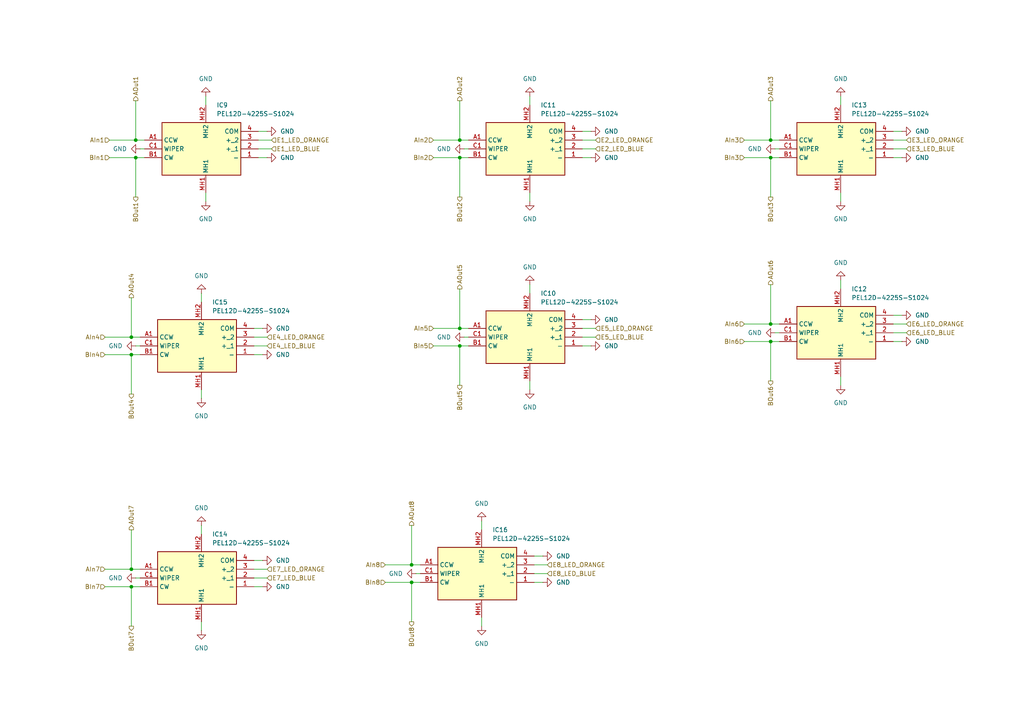
<source format=kicad_sch>
(kicad_sch (version 20250114) (generator "eeschema") (generator_version "9.0")
  (paper "A4")
  (lib_symbols
    (symbol "SamacSys_Parts:PEL12D-4225S-S1024"
      (property "Reference" "IC" (at 21.59 15.24 0))
      (property "Value" "PEL12D-4225S-S1024" (at 21.59 12.7 0))
      (symbol "PEL12D-4225S-S1024_1_1"
        (rectangle (start 5.08 10.16) (end 20.32 -12.7) (stroke (width 0.254)) (fill (type background)))
        (pin passive line (at 0 0 0) (length 5.08) (name "MH2") (number "MH2"))
        (pin passive line (at 7.62 15.24 270) (length 5.08) (name "COM") (number "4"))
        (pin passive line (at 10.16 15.24 270) (length 5.08) (name "+_2") (number "3"))
        (pin passive line (at 10.16 -17.78 90) (length 5.08) (name "CCW") (number "A1"))
        (pin passive line (at 12.7 15.24 270) (length 5.08) (name "+_1") (number "2"))
        (pin passive line (at 12.7 -17.78 90) (length 5.08) (name "WIPER") (number "C1"))
        (pin passive line (at 15.24 15.24 270) (length 5.08) (name "-") (number "1"))
        (pin passive line (at 15.24 -17.78 90) (length 5.08) (name "CW") (number "B1"))
        (pin passive line (at 25.4 0 180) (length 5.08) (name "MH1") (number "MH1"))
      )
    )
    (symbol "power:GND" (power) (pin_numbers (hide yes)) (pin_names (offset 0) (hide yes))
      (property "Value" "GND" (at 0 -3.81 0))
      (symbol "GND_0_1"
        (polyline (pts (xy 0 0) (xy 0 -1.27) (xy 1.27 -1.27) (xy 0 -2.54) (xy -1.27 -1.27) (xy 0 -1.27)))
      )
      (symbol "GND_1_1"
        (pin power_in line (at 0 0 270) (length 0) (name "~") (number "1"))
      )
    )
  )
  (junction (at 133.35 40.64))
  (junction (at 39.37 45.72))
  (junction (at 119.38 163.83))
  (junction (at 133.35 95.25))
  (junction (at 39.37 40.64))
  (junction (at 223.52 99.06))
  (junction (at 38.1 102.87))
  (junction (at 133.35 100.33))
  (junction (at 133.35 45.72))
  (junction (at 223.52 40.64))
  (junction (at 38.1 97.79))
  (junction (at 223.52 93.98))
  (junction (at 38.1 170.18))
  (junction (at 223.52 45.72))
  (junction (at 38.1 165.1))
  (junction (at 119.38 168.91))
  (wire (pts (xy 153.67 82.55) (xy 153.67 85.09)))
  (wire (pts (xy 133.35 100.33) (xy 133.35 111.76)))
  (wire (pts (xy 58.42 180.34) (xy 58.42 182.88)))
  (wire (pts (xy 168.91 97.79) (xy 172.72 97.79)))
  (wire (pts (xy 223.52 99.06) (xy 223.52 110.49)))
  (wire (pts (xy 30.48 170.18) (xy 38.1 170.18)))
  (wire (pts (xy 215.9 40.64) (xy 223.52 40.64)))
  (wire (pts (xy 133.35 45.72) (xy 135.89 45.72)))
  (wire (pts (xy 168.91 40.64) (xy 172.72 40.64)))
  (wire (pts (xy 119.38 152.4) (xy 119.38 163.83)))
  (wire (pts (xy 73.66 167.64) (xy 77.47 167.64)))
  (wire (pts (xy 154.94 168.91) (xy 157.48 168.91)))
  (wire (pts (xy 73.66 170.18) (xy 76.2 170.18)))
  (wire (pts (xy 30.48 102.87) (xy 38.1 102.87)))
  (wire (pts (xy 38.1 170.18) (xy 38.1 181.61)))
  (wire (pts (xy 39.37 45.72) (xy 41.91 45.72)))
  (wire (pts (xy 125.73 95.25) (xy 133.35 95.25)))
  (wire (pts (xy 119.38 163.83) (xy 121.92 163.83)))
  (wire (pts (xy 243.84 81.28) (xy 243.84 83.82)))
  (wire (pts (xy 226.06 96.52) (xy 224.79 96.52)))
  (wire (pts (xy 168.91 95.25) (xy 172.72 95.25)))
  (wire (pts (xy 259.08 40.64) (xy 262.89 40.64)))
  (wire (pts (xy 154.94 163.83) (xy 158.75 163.83)))
  (wire (pts (xy 40.64 100.33) (xy 39.37 100.33)))
  (wire (pts (xy 133.35 95.25) (xy 135.89 95.25)))
  (wire (pts (xy 41.91 43.18) (xy 40.64 43.18)))
  (wire (pts (xy 38.1 165.1) (xy 40.64 165.1)))
  (wire (pts (xy 119.38 168.91) (xy 119.38 180.34)))
  (wire (pts (xy 58.42 152.4) (xy 58.42 154.94)))
  (wire (pts (xy 259.08 91.44) (xy 261.62 91.44)))
  (wire (pts (xy 125.73 40.64) (xy 133.35 40.64)))
  (wire (pts (xy 223.52 40.64) (xy 226.06 40.64)))
  (wire (pts (xy 38.1 97.79) (xy 40.64 97.79)))
  (wire (pts (xy 39.37 45.72) (xy 39.37 57.15)))
  (wire (pts (xy 154.94 161.29) (xy 157.48 161.29)))
  (wire (pts (xy 133.35 29.21) (xy 133.35 40.64)))
  (wire (pts (xy 38.1 102.87) (xy 38.1 114.3)))
  (wire (pts (xy 38.1 86.36) (xy 38.1 97.79)))
  (wire (pts (xy 74.93 43.18) (xy 78.74 43.18)))
  (wire (pts (xy 31.75 40.64) (xy 39.37 40.64)))
  (wire (pts (xy 223.52 45.72) (xy 226.06 45.72)))
  (wire (pts (xy 39.37 40.64) (xy 41.91 40.64)))
  (wire (pts (xy 59.69 55.88) (xy 59.69 58.42)))
  (wire (pts (xy 58.42 85.09) (xy 58.42 87.63)))
  (wire (pts (xy 39.37 29.21) (xy 39.37 40.64)))
  (wire (pts (xy 215.9 99.06) (xy 223.52 99.06)))
  (wire (pts (xy 73.66 102.87) (xy 76.2 102.87)))
  (wire (pts (xy 125.73 45.72) (xy 133.35 45.72)))
  (wire (pts (xy 111.76 163.83) (xy 119.38 163.83)))
  (wire (pts (xy 74.93 38.1) (xy 77.47 38.1)))
  (wire (pts (xy 259.08 43.18) (xy 262.89 43.18)))
  (wire (pts (xy 168.91 43.18) (xy 172.72 43.18)))
  (wire (pts (xy 74.93 45.72) (xy 77.47 45.72)))
  (wire (pts (xy 135.89 43.18) (xy 134.62 43.18)))
  (wire (pts (xy 30.48 97.79) (xy 38.1 97.79)))
  (wire (pts (xy 259.08 38.1) (xy 261.62 38.1)))
  (wire (pts (xy 243.84 55.88) (xy 243.84 58.42)))
  (wire (pts (xy 125.73 100.33) (xy 133.35 100.33)))
  (wire (pts (xy 223.52 93.98) (xy 226.06 93.98)))
  (wire (pts (xy 73.66 95.25) (xy 76.2 95.25)))
  (wire (pts (xy 31.75 45.72) (xy 39.37 45.72)))
  (wire (pts (xy 73.66 165.1) (xy 77.47 165.1)))
  (wire (pts (xy 139.7 179.07) (xy 139.7 181.61)))
  (wire (pts (xy 168.91 92.71) (xy 171.45 92.71)))
  (wire (pts (xy 168.91 38.1) (xy 171.45 38.1)))
  (wire (pts (xy 226.06 43.18) (xy 224.79 43.18)))
  (wire (pts (xy 215.9 93.98) (xy 223.52 93.98)))
  (wire (pts (xy 73.66 100.33) (xy 77.47 100.33)))
  (wire (pts (xy 259.08 96.52) (xy 262.89 96.52)))
  (wire (pts (xy 153.67 27.94) (xy 153.67 30.48)))
  (wire (pts (xy 40.64 167.64) (xy 39.37 167.64)))
  (wire (pts (xy 121.92 166.37) (xy 120.65 166.37)))
  (wire (pts (xy 38.1 170.18) (xy 40.64 170.18)))
  (wire (pts (xy 133.35 45.72) (xy 133.35 57.15)))
  (wire (pts (xy 119.38 168.91) (xy 121.92 168.91)))
  (wire (pts (xy 243.84 109.22) (xy 243.84 111.76)))
  (wire (pts (xy 73.66 97.79) (xy 77.47 97.79)))
  (wire (pts (xy 259.08 45.72) (xy 261.62 45.72)))
  (wire (pts (xy 223.52 99.06) (xy 226.06 99.06)))
  (wire (pts (xy 73.66 162.56) (xy 76.2 162.56)))
  (wire (pts (xy 153.67 110.49) (xy 153.67 113.03)))
  (wire (pts (xy 215.9 45.72) (xy 223.52 45.72)))
  (wire (pts (xy 259.08 99.06) (xy 261.62 99.06)))
  (wire (pts (xy 133.35 83.82) (xy 133.35 95.25)))
  (wire (pts (xy 135.89 97.79) (xy 134.62 97.79)))
  (wire (pts (xy 38.1 153.67) (xy 38.1 165.1)))
  (wire (pts (xy 38.1 102.87) (xy 40.64 102.87)))
  (wire (pts (xy 58.42 113.03) (xy 58.42 115.57)))
  (wire (pts (xy 223.52 29.21) (xy 223.52 40.64)))
  (wire (pts (xy 168.91 45.72) (xy 171.45 45.72)))
  (wire (pts (xy 139.7 151.13) (xy 139.7 153.67)))
  (wire (pts (xy 74.93 40.64) (xy 78.74 40.64)))
  (wire (pts (xy 111.76 168.91) (xy 119.38 168.91)))
  (wire (pts (xy 30.48 165.1) (xy 38.1 165.1)))
  (wire (pts (xy 168.91 100.33) (xy 171.45 100.33)))
  (wire (pts (xy 59.69 27.94) (xy 59.69 30.48)))
  (wire (pts (xy 223.52 45.72) (xy 223.52 57.15)))
  (wire (pts (xy 153.67 55.88) (xy 153.67 58.42)))
  (wire (pts (xy 133.35 100.33) (xy 135.89 100.33)))
  (wire (pts (xy 223.52 82.55) (xy 223.52 93.98)))
  (wire (pts (xy 133.35 40.64) (xy 135.89 40.64)))
  (wire (pts (xy 154.94 166.37) (xy 158.75 166.37)))
  (wire (pts (xy 243.84 27.94) (xy 243.84 30.48)))
  (wire (pts (xy 259.08 93.98) (xy 262.89 93.98)))
  (hierarchical_label "E4_LED_BLUE" (shape input) (at 77.47 100.33 0))
  (hierarchical_label "AOut8" (shape output) (at 119.38 152.4 90))
  (hierarchical_label "BIn4" (shape input) (at 30.48 102.87 180))
  (hierarchical_label "BOut5" (shape output) (at 133.35 111.76 270))
  (hierarchical_label "BIn1" (shape input) (at 31.75 45.72 180))
  (hierarchical_label "E3_LED_BLUE" (shape input) (at 262.89 43.18 0))
  (hierarchical_label "AIn1" (shape input) (at 31.75 40.64 180))
  (hierarchical_label "E4_LED_ORANGE" (shape input) (at 77.47 97.79 0))
  (hierarchical_label "E6_LED_ORANGE" (shape input) (at 262.89 93.98 0))
  (hierarchical_label "AOut4" (shape output) (at 38.1 86.36 90))
  (hierarchical_label "E2_LED_BLUE" (shape input) (at 172.72 43.18 0))
  (hierarchical_label "BOut8" (shape output) (at 119.38 180.34 270))
  (hierarchical_label "BIn3" (shape input) (at 215.9 45.72 180))
  (hierarchical_label "BIn5" (shape input) (at 125.73 100.33 180))
  (hierarchical_label "E1_LED_BLUE" (shape input) (at 78.74 43.18 0))
  (hierarchical_label "AOut6" (shape output) (at 223.52 82.55 90))
  (hierarchical_label "AIn2" (shape input) (at 125.73 40.64 180))
  (hierarchical_label "AIn3" (shape input) (at 215.9 40.64 180))
  (hierarchical_label "BOut6" (shape output) (at 223.52 110.49 270))
  (hierarchical_label "E7_LED_ORANGE" (shape input) (at 77.47 165.1 0))
  (hierarchical_label "AIn6" (shape input) (at 215.9 93.98 180))
  (hierarchical_label "AOut2" (shape output) (at 133.35 29.21 90))
  (hierarchical_label "BOut3" (shape output) (at 223.52 57.15 270))
  (hierarchical_label "AIn8" (shape input) (at 111.76 163.83 180))
  (hierarchical_label "BOut4" (shape output) (at 38.1 114.3 270))
  (hierarchical_label "AIn5" (shape input) (at 125.73 95.25 180))
  (hierarchical_label "AIn4" (shape input) (at 30.48 97.79 180))
  (hierarchical_label "E5_LED_BLUE" (shape input) (at 172.72 97.79 0))
  (hierarchical_label "BIn2" (shape input) (at 125.73 45.72 180))
  (hierarchical_label "AIn7" (shape input) (at 30.48 165.1 180))
  (hierarchical_label "AOut1" (shape output) (at 39.37 29.21 90))
  (hierarchical_label "E7_LED_BLUE" (shape input) (at 77.47 167.64 0))
  (hierarchical_label "BIn6" (shape input) (at 215.9 99.06 180))
  (hierarchical_label "AOut3" (shape output) (at 223.52 29.21 90))
  (hierarchical_label "E1_LED_ORANGE" (shape input) (at 78.74 40.64 0))
  (hierarchical_label "E3_LED_ORANGE" (shape input) (at 262.89 40.64 0))
  (hierarchical_label "BOut1" (shape output) (at 39.37 57.15 270))
  (hierarchical_label "E8_LED_ORANGE" (shape input) (at 158.75 163.83 0))
  (hierarchical_label "E2_LED_ORANGE" (shape input) (at 172.72 40.64 0))
  (hierarchical_label "E5_LED_ORANGE" (shape input) (at 172.72 95.25 0))
  (hierarchical_label "BOut2" (shape output) (at 133.35 57.15 270))
  (hierarchical_label "AOut7" (shape output) (at 38.1 153.67 90))
  (hierarchical_label "BOut7" (shape output) (at 38.1 181.61 270))
  (hierarchical_label "E8_LED_BLUE" (shape input) (at 158.75 166.37 0))
  (hierarchical_label "BIn8" (shape input) (at 111.76 168.91 180))
  (hierarchical_label "BIn7" (shape input) (at 30.48 170.18 180))
  (hierarchical_label "E6_LED_BLUE" (shape input) (at 262.89 96.52 0))
  (hierarchical_label "AOut5" (shape output) (at 133.35 83.82 90))
  (symbol (lib_id "power:GND") (at 134.62 97.79 270) (unit 1)
    (property "Reference" "#PWR028" (effects (hide yes)))
    (property "Value" "GND" (at 130.81 97.7899 90) (effects (justify right)))
    (property "Description" "Power symbol creates a global label with name \"GND\" , ground" (effects (hide yes)))
  )
  (symbol (lib_id "power:GND") (at 59.69 27.94 180) (unit 1)
    (property "Reference" "#PWR029" (effects (hide yes)))
    (property "Value" "GND" (at 59.69 22.86 0))
    (property "Description" "Power symbol creates a global label with name \"GND\" , ground" (effects (hide yes)))
  )
  (symbol (lib_id "power:GND") (at 224.79 43.18 270) (unit 1)
    (property "Reference" "#PWR039" (effects (hide yes)))
    (property "Value" "GND" (at 220.98 43.1799 90) (effects (justify right)))
    (property "Description" "Power symbol creates a global label with name \"GND\" , ground" (effects (hide yes)))
  )
  (symbol (lib_id "power:GND") (at 139.7 181.61 0) (unit 1)
    (property "Reference" "#PWR050" (effects (hide yes)))
    (property "Value" "GND" (at 139.7 186.69 0))
    (property "Description" "Power symbol creates a global label with name \"GND\" , ground" (effects (hide yes)))
  )
  (symbol (lib_id "power:GND") (at 153.67 58.42 0) (unit 1)
    (property "Reference" "#PWR036" (effects (hide yes)))
    (property "Value" "GND" (at 153.67 63.5 0))
    (property "Description" "Power symbol creates a global label with name \"GND\" , ground" (effects (hide yes)))
  )
  (symbol (lib_id "power:GND") (at 153.67 27.94 180) (unit 1)
    (property "Reference" "#PWR035" (effects (hide yes)))
    (property "Value" "GND" (at 153.67 22.86 0))
    (property "Description" "Power symbol creates a global label with name \"GND\" , ground" (effects (hide yes)))
  )
  (symbol (lib_id "power:GND") (at 58.42 152.4 180) (unit 1)
    (property "Reference" "#PWR043" (effects (hide yes)))
    (property "Value" "GND" (at 58.42 147.32 0))
    (property "Description" "Power symbol creates a global label with name \"GND\" , ground" (effects (hide yes)))
  )
  (symbol (lib_id "power:GND") (at 243.84 27.94 180) (unit 1)
    (property "Reference" "#PWR041" (effects (hide yes)))
    (property "Value" "GND" (at 243.84 22.86 0))
    (property "Description" "Power symbol creates a global label with name \"GND\" , ground" (effects (hide yes)))
  )
  (symbol (lib_id "power:GND") (at 171.45 38.1 90) (unit 1)
    (property "Reference" "#PWR012" (effects (hide yes)))
    (property "Value" "GND" (at 175.26 38.0999 90) (effects (justify right)))
    (property "Description" "Power symbol creates a global label with name \"GND\" , ground" (effects (hide yes)))
  )
  (symbol (lib_id "power:GND") (at 76.2 95.25 90) (unit 1)
    (property "Reference" "#PWR014" (effects (hide yes)))
    (property "Value" "GND" (at 80.01 95.2499 90) (effects (justify right)))
    (property "Description" "Power symbol creates a global label with name \"GND\" , ground" (effects (hide yes)))
  )
  (symbol (lib_id "SamacSys_Parts:PEL12D-4225S-S1024") (at 243.84 30.48 270) (unit 1)
    (property "Reference" "IC13" (at 246.9581 30.48 90) (effects (justify left)))
    (property "Value" "PEL12D-4225S-S1024" (at 246.9581 33.02 90) (effects (justify left)))
    (property "Footprint" "PEL12D4225SS1024" (effects (hide yes)))
    (property "Datasheet" "https://www.arrow.com/en/products/pel12d-4225s-s1024/bourns" (effects (hide yes)))
    (property "Description" "PEL12D - 12 mm Encoder with Switch and Illuminated Shaft" (effects (hide yes)))
    (property "Height" "25" (effects (hide yes)))
    (property "Manufacturer_Name" "Bourns" (effects (hide yes)))
    (property "Manufacturer_Part_Number" "PEL12D-4225S-S1024" (effects (hide yes)))
    (property "Mouser Part Number" "652-PEL12D4225SS1024" (effects (hide yes)))
    (property "Mouser Price/Stock" "https://www.mouser.co.uk/ProductDetail/Bourns/PEL12D-4225S-S1024?qs=fgHA1UgJI8D9waZeRmA%2FQA%3D%3D" (effects (hide yes)))
    (property "Arrow Part Number" "PEL12D-4225S-S1024" (effects (hide yes)))
    (property "Arrow Price/Stock" "https://www.arrow.com/en/products/pel12d-4225s-s1024/bourns?region=nac" (effects (hide yes)))
  )
  (symbol (lib_id "power:GND") (at 224.79 96.52 270) (unit 1)
    (property "Reference" "#PWR034" (effects (hide yes)))
    (property "Value" "GND" (at 220.98 96.5199 90) (effects (justify right)))
    (property "Description" "Power symbol creates a global label with name \"GND\" , ground" (effects (hide yes)))
  )
  (symbol (lib_id "SamacSys_Parts:PEL12D-4225S-S1024") (at 153.67 30.48 270) (unit 1)
    (property "Reference" "IC11" (at 156.7881 30.48 90) (effects (justify left)))
    (property "Value" "PEL12D-4225S-S1024" (at 156.7881 33.02 90) (effects (justify left)))
    (property "Footprint" "PEL12D4225SS1024" (effects (hide yes)))
    (property "Datasheet" "https://www.arrow.com/en/products/pel12d-4225s-s1024/bourns" (effects (hide yes)))
    (property "Description" "PEL12D - 12 mm Encoder with Switch and Illuminated Shaft" (effects (hide yes)))
    (property "Height" "25" (effects (hide yes)))
    (property "Manufacturer_Name" "Bourns" (effects (hide yes)))
    (property "Manufacturer_Part_Number" "PEL12D-4225S-S1024" (effects (hide yes)))
    (property "Mouser Part Number" "652-PEL12D4225SS1024" (effects (hide yes)))
    (property "Mouser Price/Stock" "https://www.mouser.co.uk/ProductDetail/Bourns/PEL12D-4225S-S1024?qs=fgHA1UgJI8D9waZeRmA%2FQA%3D%3D" (effects (hide yes)))
    (property "Arrow Part Number" "PEL12D-4225S-S1024" (effects (hide yes)))
    (property "Arrow Price/Stock" "https://www.arrow.com/en/products/pel12d-4225s-s1024/bourns?region=nac" (effects (hide yes)))
  )
  (symbol (lib_id "power:GND") (at 39.37 167.64 270) (unit 1)
    (property "Reference" "#PWR040" (effects (hide yes)))
    (property "Value" "GND" (at 35.56 167.6399 90) (effects (justify right)))
    (property "Description" "Power symbol creates a global label with name \"GND\" , ground" (effects (hide yes)))
  )
  (symbol (lib_id "power:GND") (at 58.42 115.57 0) (unit 1)
    (property "Reference" "#PWR048" (effects (hide yes)))
    (property "Value" "GND" (at 58.42 120.65 0))
    (property "Description" "Power symbol creates a global label with name \"GND\" , ground" (effects (hide yes)))
  )
  (symbol (lib_id "SamacSys_Parts:PEL12D-4225S-S1024") (at 58.42 87.63 270) (unit 1)
    (property "Reference" "IC15" (at 61.5381 87.63 90) (effects (justify left)))
    (property "Value" "PEL12D-4225S-S1024" (at 61.5381 90.17 90) (effects (justify left)))
    (property "Footprint" "PEL12D4225SS1024" (effects (hide yes)))
    (property "Datasheet" "https://www.arrow.com/en/products/pel12d-4225s-s1024/bourns" (effects (hide yes)))
    (property "Description" "PEL12D - 12 mm Encoder with Switch and Illuminated Shaft" (effects (hide yes)))
    (property "Height" "25" (effects (hide yes)))
    (property "Manufacturer_Name" "Bourns" (effects (hide yes)))
    (property "Manufacturer_Part_Number" "PEL12D-4225S-S1024" (effects (hide yes)))
    (property "Mouser Part Number" "652-PEL12D4225SS1024" (effects (hide yes)))
    (property "Mouser Price/Stock" "https://www.mouser.co.uk/ProductDetail/Bourns/PEL12D-4225S-S1024?qs=fgHA1UgJI8D9waZeRmA%2FQA%3D%3D" (effects (hide yes)))
    (property "Arrow Part Number" "PEL12D-4225S-S1024" (effects (hide yes)))
    (property "Arrow Price/Stock" "https://www.arrow.com/en/products/pel12d-4225s-s1024/bourns?region=nac" (effects (hide yes)))
  )
  (symbol (lib_id "power:GND") (at 76.2 102.87 90) (unit 1)
    (property "Reference" "#PWR06" (effects (hide yes)))
    (property "Value" "GND" (at 80.01 102.8699 90) (effects (justify right)))
    (property "Description" "Power symbol creates a global label with name \"GND\" , ground" (effects (hide yes)))
  )
  (symbol (lib_id "power:GND") (at 261.62 91.44 90) (unit 1)
    (property "Reference" "#PWR016" (effects (hide yes)))
    (property "Value" "GND" (at 265.43 91.4399 90) (effects (justify right)))
    (property "Description" "Power symbol creates a global label with name \"GND\" , ground" (effects (hide yes)))
  )
  (symbol (lib_id "SamacSys_Parts:PEL12D-4225S-S1024") (at 153.67 85.09 270) (unit 1)
    (property "Reference" "IC10" (at 156.7881 85.09 90) (effects (justify left)))
    (property "Value" "PEL12D-4225S-S1024" (at 156.7881 87.63 90) (effects (justify left)))
    (property "Footprint" "PEL12D4225SS1024" (effects (hide yes)))
    (property "Datasheet" "https://www.arrow.com/en/products/pel12d-4225s-s1024/bourns" (effects (hide yes)))
    (property "Description" "PEL12D - 12 mm Encoder with Switch and Illuminated Shaft" (effects (hide yes)))
    (property "Height" "25" (effects (hide yes)))
    (property "Manufacturer_Name" "Bourns" (effects (hide yes)))
    (property "Manufacturer_Part_Number" "PEL12D-4225S-S1024" (effects (hide yes)))
    (property "Mouser Part Number" "652-PEL12D4225SS1024" (effects (hide yes)))
    (property "Mouser Price/Stock" "https://www.mouser.co.uk/ProductDetail/Bourns/PEL12D-4225S-S1024?qs=fgHA1UgJI8D9waZeRmA%2FQA%3D%3D" (effects (hide yes)))
    (property "Arrow Part Number" "PEL12D-4225S-S1024" (effects (hide yes)))
    (property "Arrow Price/Stock" "https://www.arrow.com/en/products/pel12d-4225s-s1024/bourns?region=nac" (effects (hide yes)))
  )
  (symbol (lib_id "SamacSys_Parts:PEL12D-4225S-S1024") (at 58.42 154.94 270) (unit 1)
    (property "Reference" "IC14" (at 61.5381 154.94 90) (effects (justify left)))
    (property "Value" "PEL12D-4225S-S1024" (at 61.5381 157.48 90) (effects (justify left)))
    (property "Footprint" "PEL12D4225SS1024" (effects (hide yes)))
    (property "Datasheet" "https://www.arrow.com/en/products/pel12d-4225s-s1024/bourns" (effects (hide yes)))
    (property "Description" "PEL12D - 12 mm Encoder with Switch and Illuminated Shaft" (effects (hide yes)))
    (property "Height" "25" (effects (hide yes)))
    (property "Manufacturer_Name" "Bourns" (effects (hide yes)))
    (property "Manufacturer_Part_Number" "PEL12D-4225S-S1024" (effects (hide yes)))
    (property "Mouser Part Number" "652-PEL12D4225SS1024" (effects (hide yes)))
    (property "Mouser Price/Stock" "https://www.mouser.co.uk/ProductDetail/Bourns/PEL12D-4225S-S1024?qs=fgHA1UgJI8D9waZeRmA%2FQA%3D%3D" (effects (hide yes)))
    (property "Arrow Part Number" "PEL12D-4225S-S1024" (effects (hide yes)))
    (property "Arrow Price/Stock" "https://www.arrow.com/en/products/pel12d-4225s-s1024/bourns?region=nac" (effects (hide yes)))
  )
  (symbol (lib_id "power:GND") (at 157.48 168.91 90) (unit 1)
    (property "Reference" "#PWR07" (effects (hide yes)))
    (property "Value" "GND" (at 161.29 168.9099 90) (effects (justify right)))
    (property "Description" "Power symbol creates a global label with name \"GND\" , ground" (effects (hide yes)))
  )
  (symbol (lib_id "power:GND") (at 139.7 151.13 180) (unit 1)
    (property "Reference" "#PWR049" (effects (hide yes)))
    (property "Value" "GND" (at 139.7 146.05 0))
    (property "Description" "Power symbol creates a global label with name \"GND\" , ground" (effects (hide yes)))
  )
  (symbol (lib_id "SamacSys_Parts:PEL12D-4225S-S1024") (at 243.84 83.82 270) (unit 1)
    (property "Reference" "IC12" (at 246.9581 83.82 90) (effects (justify left)))
    (property "Value" "PEL12D-4225S-S1024" (at 246.9581 86.36 90) (effects (justify left)))
    (property "Footprint" "PEL12D4225SS1024" (effects (hide yes)))
    (property "Datasheet" "https://www.arrow.com/en/products/pel12d-4225s-s1024/bourns" (effects (hide yes)))
    (property "Description" "PEL12D - 12 mm Encoder with Switch and Illuminated Shaft" (effects (hide yes)))
    (property "Height" "25" (effects (hide yes)))
    (property "Manufacturer_Name" "Bourns" (effects (hide yes)))
    (property "Manufacturer_Part_Number" "PEL12D-4225S-S1024" (effects (hide yes)))
    (property "Mouser Part Number" "652-PEL12D4225SS1024" (effects (hide yes)))
    (property "Mouser Price/Stock" "https://www.mouser.co.uk/ProductDetail/Bourns/PEL12D-4225S-S1024?qs=fgHA1UgJI8D9waZeRmA%2FQA%3D%3D" (effects (hide yes)))
    (property "Arrow Part Number" "PEL12D-4225S-S1024" (effects (hide yes)))
    (property "Arrow Price/Stock" "https://www.arrow.com/en/products/pel12d-4225s-s1024/bourns?region=nac" (effects (hide yes)))
  )
  (symbol (lib_id "power:GND") (at 134.62 43.18 270) (unit 1)
    (property "Reference" "#PWR033" (effects (hide yes)))
    (property "Value" "GND" (at 130.81 43.1799 90) (effects (justify right)))
    (property "Description" "Power symbol creates a global label with name \"GND\" , ground" (effects (hide yes)))
  )
  (symbol (lib_id "power:GND") (at 58.42 85.09 180) (unit 1)
    (property "Reference" "#PWR047" (effects (hide yes)))
    (property "Value" "GND" (at 58.42 80.01 0))
    (property "Description" "Power symbol creates a global label with name \"GND\" , ground" (effects (hide yes)))
  )
  (symbol (lib_id "power:GND") (at 157.48 161.29 90) (unit 1)
    (property "Reference" "#PWR018" (effects (hide yes)))
    (property "Value" "GND" (at 161.29 161.2899 90) (effects (justify right)))
    (property "Description" "Power symbol creates a global label with name \"GND\" , ground" (effects (hide yes)))
  )
  (symbol (lib_id "power:GND") (at 153.67 113.03 0) (unit 1)
    (property "Reference" "#PWR032" (effects (hide yes)))
    (property "Value" "GND" (at 153.67 118.11 0))
    (property "Description" "Power symbol creates a global label with name \"GND\" , ground" (effects (hide yes)))
  )
  (symbol (lib_id "power:GND") (at 153.67 82.55 180) (unit 1)
    (property "Reference" "#PWR031" (effects (hide yes)))
    (property "Value" "GND" (at 153.67 77.47 0))
    (property "Description" "Power symbol creates a global label with name \"GND\" , ground" (effects (hide yes)))
  )
  (symbol (lib_id "power:GND") (at 120.65 166.37 270) (unit 1)
    (property "Reference" "#PWR046" (effects (hide yes)))
    (property "Value" "GND" (at 116.84 166.3699 90) (effects (justify right)))
    (property "Description" "Power symbol creates a global label with name \"GND\" , ground" (effects (hide yes)))
  )
  (symbol (lib_id "power:GND") (at 40.64 43.18 270) (unit 1)
    (property "Reference" "#PWR027" (effects (hide yes)))
    (property "Value" "GND" (at 36.83 43.1799 90) (effects (justify right)))
    (property "Description" "Power symbol creates a global label with name \"GND\" , ground" (effects (hide yes)))
  )
  (symbol (lib_id "power:GND") (at 261.62 38.1 90) (unit 1)
    (property "Reference" "#PWR013" (effects (hide yes)))
    (property "Value" "GND" (at 265.43 38.0999 90) (effects (justify right)))
    (property "Description" "Power symbol creates a global label with name \"GND\" , ground" (effects (hide yes)))
  )
  (symbol (lib_id "power:GND") (at 171.45 92.71 90) (unit 1)
    (property "Reference" "#PWR015" (effects (hide yes)))
    (property "Value" "GND" (at 175.26 92.7099 90) (effects (justify right)))
    (property "Description" "Power symbol creates a global label with name \"GND\" , ground" (effects (hide yes)))
  )
  (symbol (lib_id "power:GND") (at 243.84 111.76 0) (unit 1)
    (property "Reference" "#PWR038" (effects (hide yes)))
    (property "Value" "GND" (at 243.84 116.84 0))
    (property "Description" "Power symbol creates a global label with name \"GND\" , ground" (effects (hide yes)))
  )
  (symbol (lib_id "SamacSys_Parts:PEL12D-4225S-S1024") (at 139.7 153.67 270) (unit 1)
    (property "Reference" "IC16" (at 142.8181 153.67 90) (effects (justify left)))
    (property "Value" "PEL12D-4225S-S1024" (at 142.8181 156.21 90) (effects (justify left)))
    (property "Footprint" "PEL12D4225SS1024" (effects (hide yes)))
    (property "Datasheet" "https://www.arrow.com/en/products/pel12d-4225s-s1024/bourns" (effects (hide yes)))
    (property "Description" "PEL12D - 12 mm Encoder with Switch and Illuminated Shaft" (effects (hide yes)))
    (property "Height" "25" (effects (hide yes)))
    (property "Manufacturer_Name" "Bourns" (effects (hide yes)))
    (property "Manufacturer_Part_Number" "PEL12D-4225S-S1024" (effects (hide yes)))
    (property "Mouser Part Number" "652-PEL12D4225SS1024" (effects (hide yes)))
    (property "Mouser Price/Stock" "https://www.mouser.co.uk/ProductDetail/Bourns/PEL12D-4225S-S1024?qs=fgHA1UgJI8D9waZeRmA%2FQA%3D%3D" (effects (hide yes)))
    (property "Arrow Part Number" "PEL12D-4225S-S1024" (effects (hide yes)))
    (property "Arrow Price/Stock" "https://www.arrow.com/en/products/pel12d-4225s-s1024/bourns?region=nac" (effects (hide yes)))
  )
  (symbol (lib_id "power:GND") (at 58.42 182.88 0) (unit 1)
    (property "Reference" "#PWR044" (effects (hide yes)))
    (property "Value" "GND" (at 58.42 187.96 0))
    (property "Description" "Power symbol creates a global label with name \"GND\" , ground" (effects (hide yes)))
  )
  (symbol (lib_id "power:GND") (at 261.62 45.72 90) (unit 1)
    (property "Reference" "#PWR05" (effects (hide yes)))
    (property "Value" "GND" (at 265.43 45.7199 90) (effects (justify right)))
    (property "Description" "Power symbol creates a global label with name \"GND\" , ground" (effects (hide yes)))
  )
  (symbol (lib_id "power:GND") (at 77.47 45.72 90) (unit 1)
    (property "Reference" "#PWR01" (effects (hide yes)))
    (property "Value" "GND" (at 81.28 45.7199 90) (effects (justify right)))
    (property "Description" "Power symbol creates a global label with name \"GND\" , ground" (effects (hide yes)))
  )
  (symbol (lib_id "power:GND") (at 59.69 58.42 0) (unit 1)
    (property "Reference" "#PWR030" (effects (hide yes)))
    (property "Value" "GND" (at 59.69 63.5 0))
    (property "Description" "Power symbol creates a global label with name \"GND\" , ground" (effects (hide yes)))
  )
  (symbol (lib_id "power:GND") (at 261.62 99.06 90) (unit 1)
    (property "Reference" "#PWR09" (effects (hide yes)))
    (property "Value" "GND" (at 265.43 99.0599 90) (effects (justify right)))
    (property "Description" "Power symbol creates a global label with name \"GND\" , ground" (effects (hide yes)))
  )
  (symbol (lib_id "power:GND") (at 171.45 100.33 90) (unit 1)
    (property "Reference" "#PWR010" (effects (hide yes)))
    (property "Value" "GND" (at 175.26 100.3299 90) (effects (justify right)))
    (property "Description" "Power symbol creates a global label with name \"GND\" , ground" (effects (hide yes)))
  )
  (symbol (lib_id "SamacSys_Parts:PEL12D-4225S-S1024") (at 59.69 30.48 270) (unit 1)
    (property "Reference" "IC9" (at 62.8081 30.48 90) (effects (justify left)))
    (property "Value" "PEL12D-4225S-S1024" (at 62.8081 33.02 90) (effects (justify left)))
    (property "Footprint" "PEL12D4225SS1024" (effects (hide yes)))
    (property "Datasheet" "https://www.arrow.com/en/products/pel12d-4225s-s1024/bourns" (effects (hide yes)))
    (property "Description" "PEL12D - 12 mm Encoder with Switch and Illuminated Shaft" (effects (hide yes)))
    (property "Height" "25" (effects (hide yes)))
    (property "Manufacturer_Name" "Bourns" (effects (hide yes)))
    (property "Manufacturer_Part_Number" "PEL12D-4225S-S1024" (effects (hide yes)))
    (property "Mouser Part Number" "652-PEL12D4225SS1024" (effects (hide yes)))
    (property "Mouser Price/Stock" "https://www.mouser.co.uk/ProductDetail/Bourns/PEL12D-4225S-S1024?qs=fgHA1UgJI8D9waZeRmA%2FQA%3D%3D" (effects (hide yes)))
    (property "Arrow Part Number" "PEL12D-4225S-S1024" (effects (hide yes)))
    (property "Arrow Price/Stock" "https://www.arrow.com/en/products/pel12d-4225s-s1024/bourns?region=nac" (effects (hide yes)))
  )
  (symbol (lib_id "power:GND") (at 243.84 58.42 0) (unit 1)
    (property "Reference" "#PWR042" (effects (hide yes)))
    (property "Value" "GND" (at 243.84 63.5 0))
    (property "Description" "Power symbol creates a global label with name \"GND\" , ground" (effects (hide yes)))
  )
  (symbol (lib_id "power:GND") (at 243.84 81.28 180) (unit 1)
    (property "Reference" "#PWR037" (effects (hide yes)))
    (property "Value" "GND" (at 243.84 76.2 0))
    (property "Description" "Power symbol creates a global label with name \"GND\" , ground" (effects (hide yes)))
  )
  (symbol (lib_id "power:GND") (at 77.47 38.1 90) (unit 1)
    (property "Reference" "#PWR011" (effects (hide yes)))
    (property "Value" "GND" (at 81.28 38.0999 90) (effects (justify right)))
    (property "Description" "Power symbol creates a global label with name \"GND\" , ground" (effects (hide yes)))
  )
  (symbol (lib_id "power:GND") (at 39.37 100.33 270) (unit 1)
    (property "Reference" "#PWR045" (effects (hide yes)))
    (property "Value" "GND" (at 35.56 100.3299 90) (effects (justify right)))
    (property "Description" "Power symbol creates a global label with name \"GND\" , ground" (effects (hide yes)))
  )
  (symbol (lib_id "power:GND") (at 76.2 170.18 90) (unit 1)
    (property "Reference" "#PWR08" (effects (hide yes)))
    (property "Value" "GND" (at 80.01 170.1799 90) (effects (justify right)))
    (property "Description" "Power symbol creates a global label with name \"GND\" , ground" (effects (hide yes)))
  )
  (symbol (lib_id "power:GND") (at 171.45 45.72 90) (unit 1)
    (property "Reference" "#PWR02" (effects (hide yes)))
    (property "Value" "GND" (at 175.26 45.7199 90) (effects (justify right)))
    (property "Description" "Power symbol creates a global label with name \"GND\" , ground" (effects (hide yes)))
  )
  (symbol (lib_id "power:GND") (at 76.2 162.56 90) (unit 1)
    (property "Reference" "#PWR017" (effects (hide yes)))
    (property "Value" "GND" (at 80.01 162.5599 90) (effects (justify right)))
    (property "Description" "Power symbol creates a global label with name \"GND\" , ground" (effects (hide yes)))
  )
)
</source>
